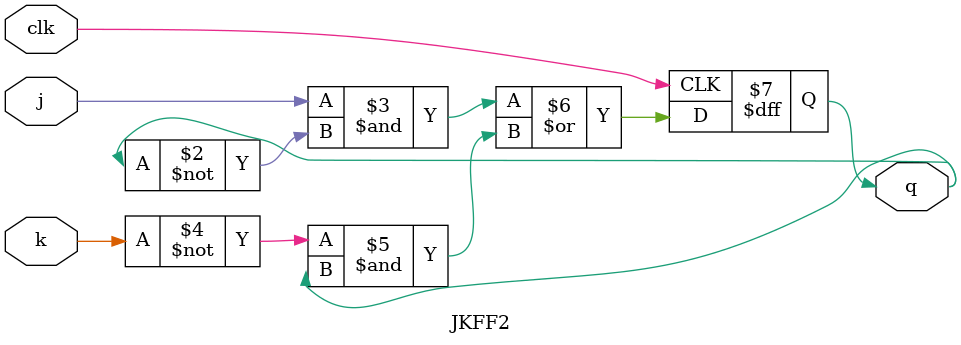
<source format=sv>
`timescale 1ns / 1ps

module latch(
    input logic en,
    input logic d,
    output logic q
    );
    always_latch 
        if(en) q <= d;
endmodule

module DFF(
    input logic clk,
    input logic d,
    output logic q
    );
    always_ff @(posedge clk) q <= d;
endmodule

module JKFF(
    input logic clk,
    input logic j, k,
    output logic q
    );
    // always_ff @(posedge clk) begin
    //     if(~j & ~k) q <= q;
    //     else if(j) q <= 1'b1;
    //     else if(k) q <= 1'b0;
    //     else q <= ~q;
    // end
    logic qbar,t1,t2;
    assign qbar = ~q;
    assign t1 = j & qbar;
    assign t2 = ~k & q;
    // DFF _(clk,t1|t2,q);
    always_ff @(posedge clk)
        q <= (j & ~q) | (~k & q);
    
endmodule

module JKFF3(
    input logic clk,
    input logic j, k,
    output logic q
    );
    always_ff @(posedge clk) begin
        if(j && !k) q <= 1;
        else if(!j && k) q <= 0;
        else if(j && k) q <= ~q;
    end
endmodule

module JKFF2(
    input logic clk,
    input logic j, k,
    output logic q
    );
    always_ff @(posedge clk)
        q <= (j & ~q) | (~k & q);
endmodule
</source>
